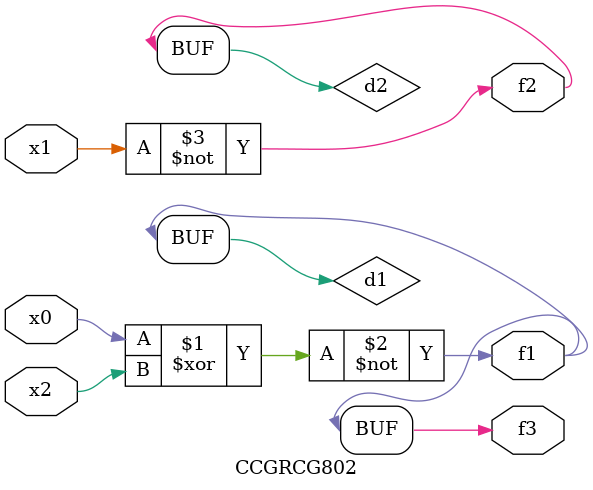
<source format=v>
module CCGRCG802(
	input x0, x1, x2,
	output f1, f2, f3
);

	wire d1, d2, d3;

	xnor (d1, x0, x2);
	nand (d2, x1);
	nor (d3, x1, x2);
	assign f1 = d1;
	assign f2 = d2;
	assign f3 = d1;
endmodule

</source>
